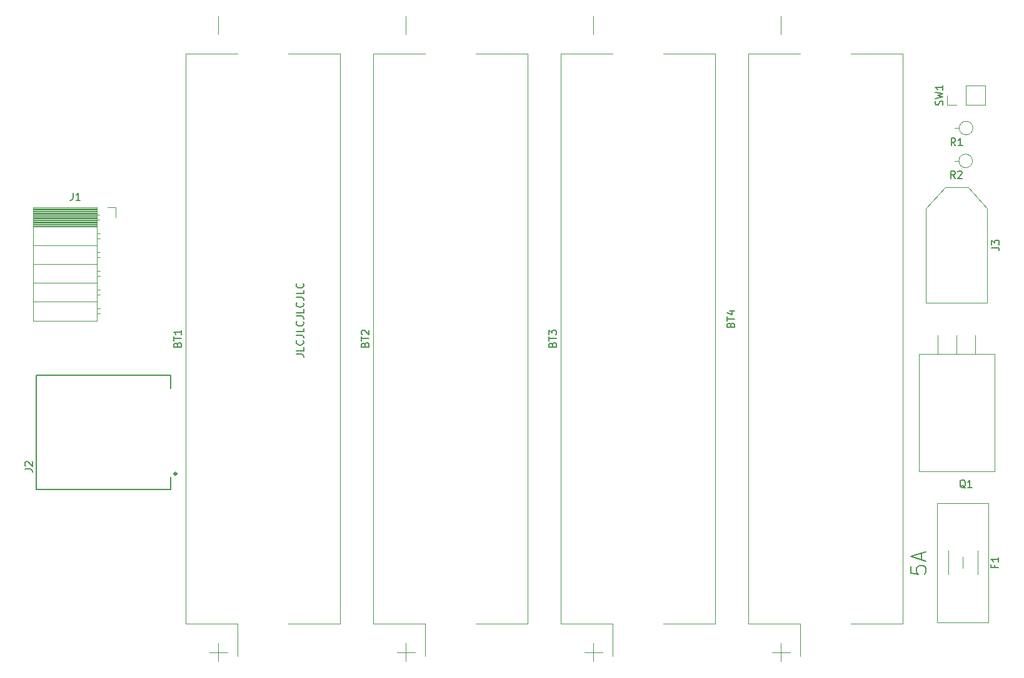
<source format=gbr>
%TF.GenerationSoftware,KiCad,Pcbnew,(6.0.5)*%
%TF.CreationDate,2022-05-14T14:58:19-07:00*%
%TF.ProjectId,li-ion-horn,6c692d69-6f6e-42d6-986f-726e2e6b6963,rev?*%
%TF.SameCoordinates,Original*%
%TF.FileFunction,Legend,Top*%
%TF.FilePolarity,Positive*%
%FSLAX46Y46*%
G04 Gerber Fmt 4.6, Leading zero omitted, Abs format (unit mm)*
G04 Created by KiCad (PCBNEW (6.0.5)) date 2022-05-14 14:58:19*
%MOMM*%
%LPD*%
G01*
G04 APERTURE LIST*
%ADD10C,0.150000*%
%ADD11C,0.120000*%
%ADD12C,0.127000*%
%ADD13C,0.300000*%
G04 APERTURE END LIST*
D10*
X80732380Y-103679047D02*
X81446666Y-103679047D01*
X81589523Y-103726666D01*
X81684761Y-103821904D01*
X81732380Y-103964761D01*
X81732380Y-104060000D01*
X81732380Y-102726666D02*
X81732380Y-103202857D01*
X80732380Y-103202857D01*
X81637142Y-101821904D02*
X81684761Y-101869523D01*
X81732380Y-102012380D01*
X81732380Y-102107619D01*
X81684761Y-102250476D01*
X81589523Y-102345714D01*
X81494285Y-102393333D01*
X81303809Y-102440952D01*
X81160952Y-102440952D01*
X80970476Y-102393333D01*
X80875238Y-102345714D01*
X80780000Y-102250476D01*
X80732380Y-102107619D01*
X80732380Y-102012380D01*
X80780000Y-101869523D01*
X80827619Y-101821904D01*
X80732380Y-101107619D02*
X81446666Y-101107619D01*
X81589523Y-101155238D01*
X81684761Y-101250476D01*
X81732380Y-101393333D01*
X81732380Y-101488571D01*
X81732380Y-100155238D02*
X81732380Y-100631428D01*
X80732380Y-100631428D01*
X81637142Y-99250476D02*
X81684761Y-99298095D01*
X81732380Y-99440952D01*
X81732380Y-99536190D01*
X81684761Y-99679047D01*
X81589523Y-99774285D01*
X81494285Y-99821904D01*
X81303809Y-99869523D01*
X81160952Y-99869523D01*
X80970476Y-99821904D01*
X80875238Y-99774285D01*
X80780000Y-99679047D01*
X80732380Y-99536190D01*
X80732380Y-99440952D01*
X80780000Y-99298095D01*
X80827619Y-99250476D01*
X80732380Y-98536190D02*
X81446666Y-98536190D01*
X81589523Y-98583809D01*
X81684761Y-98679047D01*
X81732380Y-98821904D01*
X81732380Y-98917142D01*
X81732380Y-97583809D02*
X81732380Y-98060000D01*
X80732380Y-98060000D01*
X81637142Y-96679047D02*
X81684761Y-96726666D01*
X81732380Y-96869523D01*
X81732380Y-96964761D01*
X81684761Y-97107619D01*
X81589523Y-97202857D01*
X81494285Y-97250476D01*
X81303809Y-97298095D01*
X81160952Y-97298095D01*
X80970476Y-97250476D01*
X80875238Y-97202857D01*
X80780000Y-97107619D01*
X80732380Y-96964761D01*
X80732380Y-96869523D01*
X80780000Y-96726666D01*
X80827619Y-96679047D01*
X80732380Y-95964761D02*
X81446666Y-95964761D01*
X81589523Y-96012380D01*
X81684761Y-96107619D01*
X81732380Y-96250476D01*
X81732380Y-96345714D01*
X81732380Y-95012380D02*
X81732380Y-95488571D01*
X80732380Y-95488571D01*
X81637142Y-94107619D02*
X81684761Y-94155238D01*
X81732380Y-94298095D01*
X81732380Y-94393333D01*
X81684761Y-94536190D01*
X81589523Y-94631428D01*
X81494285Y-94679047D01*
X81303809Y-94726666D01*
X81160952Y-94726666D01*
X80970476Y-94679047D01*
X80875238Y-94631428D01*
X80780000Y-94536190D01*
X80732380Y-94393333D01*
X80732380Y-94298095D01*
X80780000Y-94155238D01*
X80827619Y-94107619D01*
X164004761Y-132460952D02*
X164004761Y-133413333D01*
X164957142Y-133508571D01*
X164861904Y-133413333D01*
X164766666Y-133222857D01*
X164766666Y-132746666D01*
X164861904Y-132556190D01*
X164957142Y-132460952D01*
X165147619Y-132365714D01*
X165623809Y-132365714D01*
X165814285Y-132460952D01*
X165909523Y-132556190D01*
X166004761Y-132746666D01*
X166004761Y-133222857D01*
X165909523Y-133413333D01*
X165814285Y-133508571D01*
X165433333Y-131603809D02*
X165433333Y-130651428D01*
X166004761Y-131794285D02*
X164004761Y-131127619D01*
X166004761Y-130460952D01*
%TO.C,SW1*%
X168254761Y-69913333D02*
X168302380Y-69770476D01*
X168302380Y-69532380D01*
X168254761Y-69437142D01*
X168207142Y-69389523D01*
X168111904Y-69341904D01*
X168016666Y-69341904D01*
X167921428Y-69389523D01*
X167873809Y-69437142D01*
X167826190Y-69532380D01*
X167778571Y-69722857D01*
X167730952Y-69818095D01*
X167683333Y-69865714D01*
X167588095Y-69913333D01*
X167492857Y-69913333D01*
X167397619Y-69865714D01*
X167350000Y-69818095D01*
X167302380Y-69722857D01*
X167302380Y-69484761D01*
X167350000Y-69341904D01*
X167302380Y-69008571D02*
X168302380Y-68770476D01*
X167588095Y-68580000D01*
X168302380Y-68389523D01*
X167302380Y-68151428D01*
X168302380Y-67246666D02*
X168302380Y-67818095D01*
X168302380Y-67532380D02*
X167302380Y-67532380D01*
X167445238Y-67627619D01*
X167540476Y-67722857D01*
X167588095Y-67818095D01*
%TO.C,BT4*%
X139568571Y-99710714D02*
X139616190Y-99567857D01*
X139663809Y-99520238D01*
X139759047Y-99472619D01*
X139901904Y-99472619D01*
X139997142Y-99520238D01*
X140044761Y-99567857D01*
X140092380Y-99663095D01*
X140092380Y-100044047D01*
X139092380Y-100044047D01*
X139092380Y-99710714D01*
X139140000Y-99615476D01*
X139187619Y-99567857D01*
X139282857Y-99520238D01*
X139378095Y-99520238D01*
X139473333Y-99567857D01*
X139520952Y-99615476D01*
X139568571Y-99710714D01*
X139568571Y-100044047D01*
X139092380Y-99186904D02*
X139092380Y-98615476D01*
X140092380Y-98901190D02*
X139092380Y-98901190D01*
X139425714Y-97853571D02*
X140092380Y-97853571D01*
X139044761Y-98091666D02*
X139759047Y-98329761D01*
X139759047Y-97710714D01*
%TO.C,J1*%
X50486666Y-81797380D02*
X50486666Y-82511666D01*
X50439047Y-82654523D01*
X50343809Y-82749761D01*
X50200952Y-82797380D01*
X50105714Y-82797380D01*
X51486666Y-82797380D02*
X50915238Y-82797380D01*
X51200952Y-82797380D02*
X51200952Y-81797380D01*
X51105714Y-81940238D01*
X51010476Y-82035476D01*
X50915238Y-82083095D01*
%TO.C,BT1*%
X64628571Y-102385714D02*
X64676190Y-102242857D01*
X64723809Y-102195238D01*
X64819047Y-102147619D01*
X64961904Y-102147619D01*
X65057142Y-102195238D01*
X65104761Y-102242857D01*
X65152380Y-102338095D01*
X65152380Y-102719047D01*
X64152380Y-102719047D01*
X64152380Y-102385714D01*
X64200000Y-102290476D01*
X64247619Y-102242857D01*
X64342857Y-102195238D01*
X64438095Y-102195238D01*
X64533333Y-102242857D01*
X64580952Y-102290476D01*
X64628571Y-102385714D01*
X64628571Y-102719047D01*
X64152380Y-101861904D02*
X64152380Y-101290476D01*
X65152380Y-101576190D02*
X64152380Y-101576190D01*
X65152380Y-100433333D02*
X65152380Y-101004761D01*
X65152380Y-100719047D02*
X64152380Y-100719047D01*
X64295238Y-100814285D01*
X64390476Y-100909523D01*
X64438095Y-101004761D01*
%TO.C,F1*%
X175318571Y-132293333D02*
X175318571Y-132626666D01*
X175842380Y-132626666D02*
X174842380Y-132626666D01*
X174842380Y-132150476D01*
X175842380Y-131245714D02*
X175842380Y-131817142D01*
X175842380Y-131531428D02*
X174842380Y-131531428D01*
X174985238Y-131626666D01*
X175080476Y-131721904D01*
X175128095Y-131817142D01*
%TO.C,R2*%
X169963333Y-79842380D02*
X169630000Y-79366190D01*
X169391904Y-79842380D02*
X169391904Y-78842380D01*
X169772857Y-78842380D01*
X169868095Y-78890000D01*
X169915714Y-78937619D01*
X169963333Y-79032857D01*
X169963333Y-79175714D01*
X169915714Y-79270952D01*
X169868095Y-79318571D01*
X169772857Y-79366190D01*
X169391904Y-79366190D01*
X170344285Y-78937619D02*
X170391904Y-78890000D01*
X170487142Y-78842380D01*
X170725238Y-78842380D01*
X170820476Y-78890000D01*
X170868095Y-78937619D01*
X170915714Y-79032857D01*
X170915714Y-79128095D01*
X170868095Y-79270952D01*
X170296666Y-79842380D01*
X170915714Y-79842380D01*
%TO.C,BT2*%
X90028571Y-102385714D02*
X90076190Y-102242857D01*
X90123809Y-102195238D01*
X90219047Y-102147619D01*
X90361904Y-102147619D01*
X90457142Y-102195238D01*
X90504761Y-102242857D01*
X90552380Y-102338095D01*
X90552380Y-102719047D01*
X89552380Y-102719047D01*
X89552380Y-102385714D01*
X89600000Y-102290476D01*
X89647619Y-102242857D01*
X89742857Y-102195238D01*
X89838095Y-102195238D01*
X89933333Y-102242857D01*
X89980952Y-102290476D01*
X90028571Y-102385714D01*
X90028571Y-102719047D01*
X89552380Y-101861904D02*
X89552380Y-101290476D01*
X90552380Y-101576190D02*
X89552380Y-101576190D01*
X89647619Y-101004761D02*
X89600000Y-100957142D01*
X89552380Y-100861904D01*
X89552380Y-100623809D01*
X89600000Y-100528571D01*
X89647619Y-100480952D01*
X89742857Y-100433333D01*
X89838095Y-100433333D01*
X89980952Y-100480952D01*
X90552380Y-101052380D01*
X90552380Y-100433333D01*
%TO.C,R1*%
X170013333Y-75397380D02*
X169680000Y-74921190D01*
X169441904Y-75397380D02*
X169441904Y-74397380D01*
X169822857Y-74397380D01*
X169918095Y-74445000D01*
X169965714Y-74492619D01*
X170013333Y-74587857D01*
X170013333Y-74730714D01*
X169965714Y-74825952D01*
X169918095Y-74873571D01*
X169822857Y-74921190D01*
X169441904Y-74921190D01*
X170965714Y-75397380D02*
X170394285Y-75397380D01*
X170680000Y-75397380D02*
X170680000Y-74397380D01*
X170584761Y-74540238D01*
X170489523Y-74635476D01*
X170394285Y-74683095D01*
%TO.C,Q1*%
X171354761Y-121832619D02*
X171259523Y-121785000D01*
X171164285Y-121689761D01*
X171021428Y-121546904D01*
X170926190Y-121499285D01*
X170830952Y-121499285D01*
X170878571Y-121737380D02*
X170783333Y-121689761D01*
X170688095Y-121594523D01*
X170640476Y-121404047D01*
X170640476Y-121070714D01*
X170688095Y-120880238D01*
X170783333Y-120785000D01*
X170878571Y-120737380D01*
X171069047Y-120737380D01*
X171164285Y-120785000D01*
X171259523Y-120880238D01*
X171307142Y-121070714D01*
X171307142Y-121404047D01*
X171259523Y-121594523D01*
X171164285Y-121689761D01*
X171069047Y-121737380D01*
X170878571Y-121737380D01*
X172259523Y-121737380D02*
X171688095Y-121737380D01*
X171973809Y-121737380D02*
X171973809Y-120737380D01*
X171878571Y-120880238D01*
X171783333Y-120975476D01*
X171688095Y-121023095D01*
%TO.C,J3*%
X174932380Y-89233333D02*
X175646666Y-89233333D01*
X175789523Y-89280952D01*
X175884761Y-89376190D01*
X175932380Y-89519047D01*
X175932380Y-89614285D01*
X174932380Y-88852380D02*
X174932380Y-88233333D01*
X175313333Y-88566666D01*
X175313333Y-88423809D01*
X175360952Y-88328571D01*
X175408571Y-88280952D01*
X175503809Y-88233333D01*
X175741904Y-88233333D01*
X175837142Y-88280952D01*
X175884761Y-88328571D01*
X175932380Y-88423809D01*
X175932380Y-88709523D01*
X175884761Y-88804761D01*
X175837142Y-88852380D01*
%TO.C,J2*%
X43992159Y-119260500D02*
X44706760Y-119260500D01*
X44849680Y-119308140D01*
X44944960Y-119403420D01*
X44992600Y-119546340D01*
X44992600Y-119641620D01*
X44087439Y-118831739D02*
X44039799Y-118784099D01*
X43992159Y-118688819D01*
X43992159Y-118450619D01*
X44039799Y-118355339D01*
X44087439Y-118307699D01*
X44182719Y-118260059D01*
X44277999Y-118260059D01*
X44420919Y-118307699D01*
X44992600Y-118879379D01*
X44992600Y-118260059D01*
%TO.C,BT3*%
X115428571Y-102385714D02*
X115476190Y-102242857D01*
X115523809Y-102195238D01*
X115619047Y-102147619D01*
X115761904Y-102147619D01*
X115857142Y-102195238D01*
X115904761Y-102242857D01*
X115952380Y-102338095D01*
X115952380Y-102719047D01*
X114952380Y-102719047D01*
X114952380Y-102385714D01*
X115000000Y-102290476D01*
X115047619Y-102242857D01*
X115142857Y-102195238D01*
X115238095Y-102195238D01*
X115333333Y-102242857D01*
X115380952Y-102290476D01*
X115428571Y-102385714D01*
X115428571Y-102719047D01*
X114952380Y-101861904D02*
X114952380Y-101290476D01*
X115952380Y-101576190D02*
X114952380Y-101576190D01*
X114952380Y-101052380D02*
X114952380Y-100433333D01*
X115333333Y-100766666D01*
X115333333Y-100623809D01*
X115380952Y-100528571D01*
X115428571Y-100480952D01*
X115523809Y-100433333D01*
X115761904Y-100433333D01*
X115857142Y-100480952D01*
X115904761Y-100528571D01*
X115952380Y-100623809D01*
X115952380Y-100909523D01*
X115904761Y-101004761D01*
X115857142Y-101052380D01*
D11*
%TO.C,SW1*%
X168850000Y-69910000D02*
X168850000Y-68580000D01*
X174050000Y-69910000D02*
X174050000Y-67250000D01*
X171450000Y-69910000D02*
X174050000Y-69910000D01*
X171450000Y-67250000D02*
X174050000Y-67250000D01*
X171450000Y-69910000D02*
X171450000Y-67250000D01*
X170180000Y-69910000D02*
X168850000Y-69910000D01*
%TO.C,BT4*%
X148960000Y-140240000D02*
X148960000Y-144600000D01*
X141960000Y-140240000D02*
X148960000Y-140240000D01*
X162840000Y-62960000D02*
X162840000Y-140240000D01*
X146400000Y-145350000D02*
X146400000Y-142850000D01*
X141960000Y-62960000D02*
X141960000Y-140240000D01*
X146400000Y-57850000D02*
X146400000Y-60350000D01*
X148960000Y-62960000D02*
X141980000Y-62960000D01*
X147650000Y-144100000D02*
X145150000Y-144100000D01*
X162840000Y-140240000D02*
X155840000Y-140240000D01*
X155840000Y-62960000D02*
X162840000Y-62960000D01*
%TO.C,J1*%
X53740000Y-89835000D02*
X54150000Y-89835000D01*
X53740000Y-97455000D02*
X54150000Y-97455000D01*
X53740000Y-85475000D02*
X54090000Y-85475000D01*
X45110000Y-85085950D02*
X53740000Y-85085950D01*
X45110000Y-86266900D02*
X53740000Y-86266900D01*
X45110000Y-85204045D02*
X53740000Y-85204045D01*
X45110000Y-85912615D02*
X53740000Y-85912615D01*
X45110000Y-91465000D02*
X53740000Y-91465000D01*
X45110000Y-86385000D02*
X53740000Y-86385000D01*
X53740000Y-92375000D02*
X54150000Y-92375000D01*
X45110000Y-85322140D02*
X53740000Y-85322140D01*
X45110000Y-84259285D02*
X53740000Y-84259285D01*
X53740000Y-87295000D02*
X54150000Y-87295000D01*
X53740000Y-84755000D02*
X54090000Y-84755000D01*
X45110000Y-96545000D02*
X53740000Y-96545000D01*
X45110000Y-84849760D02*
X53740000Y-84849760D01*
X53740000Y-88015000D02*
X54150000Y-88015000D01*
X53740000Y-93095000D02*
X54150000Y-93095000D01*
X45110000Y-99145000D02*
X53740000Y-99145000D01*
X53740000Y-94915000D02*
X54150000Y-94915000D01*
X45110000Y-85558330D02*
X53740000Y-85558330D01*
X45110000Y-83905000D02*
X53740000Y-83905000D01*
X53740000Y-90555000D02*
X54150000Y-90555000D01*
X45110000Y-83785000D02*
X53740000Y-83785000D01*
X53740000Y-98175000D02*
X54150000Y-98175000D01*
X45110000Y-85440235D02*
X53740000Y-85440235D01*
X45110000Y-83785000D02*
X45110000Y-99145000D01*
X45110000Y-84613570D02*
X53740000Y-84613570D01*
X45110000Y-84495475D02*
X53740000Y-84495475D01*
X53740000Y-95635000D02*
X54150000Y-95635000D01*
X45110000Y-86148805D02*
X53740000Y-86148805D01*
X45110000Y-84967855D02*
X53740000Y-84967855D01*
X45110000Y-84141190D02*
X53740000Y-84141190D01*
X45110000Y-84377380D02*
X53740000Y-84377380D01*
X45110000Y-84023095D02*
X53740000Y-84023095D01*
X45110000Y-85676425D02*
X53740000Y-85676425D01*
X53740000Y-83785000D02*
X53740000Y-99145000D01*
X56310000Y-83785000D02*
X56310000Y-85115000D01*
X45110000Y-88925000D02*
X53740000Y-88925000D01*
X55200000Y-83785000D02*
X56310000Y-83785000D01*
X45110000Y-84731665D02*
X53740000Y-84731665D01*
X45110000Y-94005000D02*
X53740000Y-94005000D01*
X45110000Y-85794520D02*
X53740000Y-85794520D01*
X45110000Y-86030710D02*
X53740000Y-86030710D01*
%TO.C,BT1*%
X65760000Y-62960000D02*
X65760000Y-140240000D01*
X86640000Y-62960000D02*
X86640000Y-140240000D01*
X72760000Y-140240000D02*
X72760000Y-144600000D01*
X65760000Y-140240000D02*
X72760000Y-140240000D01*
X71450000Y-144100000D02*
X68950000Y-144100000D01*
X72760000Y-62960000D02*
X65780000Y-62960000D01*
X70200000Y-145350000D02*
X70200000Y-142850000D01*
X70200000Y-57850000D02*
X70200000Y-60350000D01*
X86640000Y-140240000D02*
X79640000Y-140240000D01*
X79640000Y-62960000D02*
X86640000Y-62960000D01*
%TO.C,F1*%
X167550000Y-123860000D02*
X167550000Y-140060000D01*
X174490000Y-140060000D02*
X174490000Y-123860000D01*
X171020000Y-131210000D02*
X171020000Y-132710000D01*
X173020000Y-130360000D02*
X173020000Y-133560000D01*
X167550000Y-140060000D02*
X174490000Y-140060000D01*
X169020000Y-133560000D02*
X169020000Y-130360000D01*
X174490000Y-123860000D02*
X167550000Y-123860000D01*
%TO.C,R2*%
X170480000Y-77470000D02*
X169860000Y-77470000D01*
X172320000Y-77470000D02*
G75*
G03*
X172320000Y-77470000I-920000J0D01*
G01*
%TO.C,BT2*%
X91160000Y-140240000D02*
X98160000Y-140240000D01*
X112040000Y-62960000D02*
X112040000Y-140240000D01*
X105040000Y-62960000D02*
X112040000Y-62960000D01*
X112040000Y-140240000D02*
X105040000Y-140240000D01*
X91160000Y-62960000D02*
X91160000Y-140240000D01*
X98160000Y-140240000D02*
X98160000Y-144600000D01*
X95600000Y-145350000D02*
X95600000Y-142850000D01*
X96850000Y-144100000D02*
X94350000Y-144100000D01*
X95600000Y-57850000D02*
X95600000Y-60350000D01*
X98160000Y-62960000D02*
X91180000Y-62960000D01*
%TO.C,R1*%
X170530000Y-73025000D02*
X169910000Y-73025000D01*
X172370000Y-73025000D02*
G75*
G03*
X172370000Y-73025000I-920000J0D01*
G01*
%TO.C,Q1*%
X172720000Y-103680000D02*
X172720000Y-101140000D01*
X167640000Y-103680000D02*
X167640000Y-101140000D01*
X175300000Y-119570000D02*
X175300000Y-103680000D01*
X165060000Y-119570000D02*
X165060000Y-103680000D01*
X170180000Y-103680000D02*
X170180000Y-101140000D01*
X175300000Y-119570000D02*
X165060000Y-119570000D01*
X175300000Y-103680000D02*
X165060000Y-103680000D01*
%TO.C,J3*%
X171780000Y-81050000D02*
X168630000Y-81050000D01*
X166030000Y-96750000D02*
X174330000Y-96750000D01*
X174330000Y-83900000D02*
X171780000Y-81050000D01*
X174330000Y-96750000D02*
X174330000Y-83900000D01*
X166030000Y-83900000D02*
X166030000Y-96750000D01*
X168630000Y-81050000D02*
X166030000Y-83900000D01*
D12*
%TO.C,J2*%
X63730000Y-106550000D02*
X63730000Y-108300000D01*
X63730000Y-122050000D02*
X63730000Y-120300000D01*
X45530000Y-122050000D02*
X63730000Y-122050000D01*
X63730000Y-106550000D02*
X45530000Y-106550000D01*
X45530000Y-106550000D02*
X45530000Y-122050000D01*
D13*
X64530000Y-119900000D02*
G75*
G03*
X64530000Y-119900000I-150000J0D01*
G01*
D11*
%TO.C,BT3*%
X116560000Y-62960000D02*
X116560000Y-140240000D01*
X121000000Y-145350000D02*
X121000000Y-142850000D01*
X123560000Y-62960000D02*
X116580000Y-62960000D01*
X116560000Y-140240000D02*
X123560000Y-140240000D01*
X122250000Y-144100000D02*
X119750000Y-144100000D01*
X137440000Y-140240000D02*
X130440000Y-140240000D01*
X121000000Y-57850000D02*
X121000000Y-60350000D01*
X130440000Y-62960000D02*
X137440000Y-62960000D01*
X123560000Y-140240000D02*
X123560000Y-144600000D01*
X137440000Y-62960000D02*
X137440000Y-140240000D01*
%TD*%
M02*

</source>
